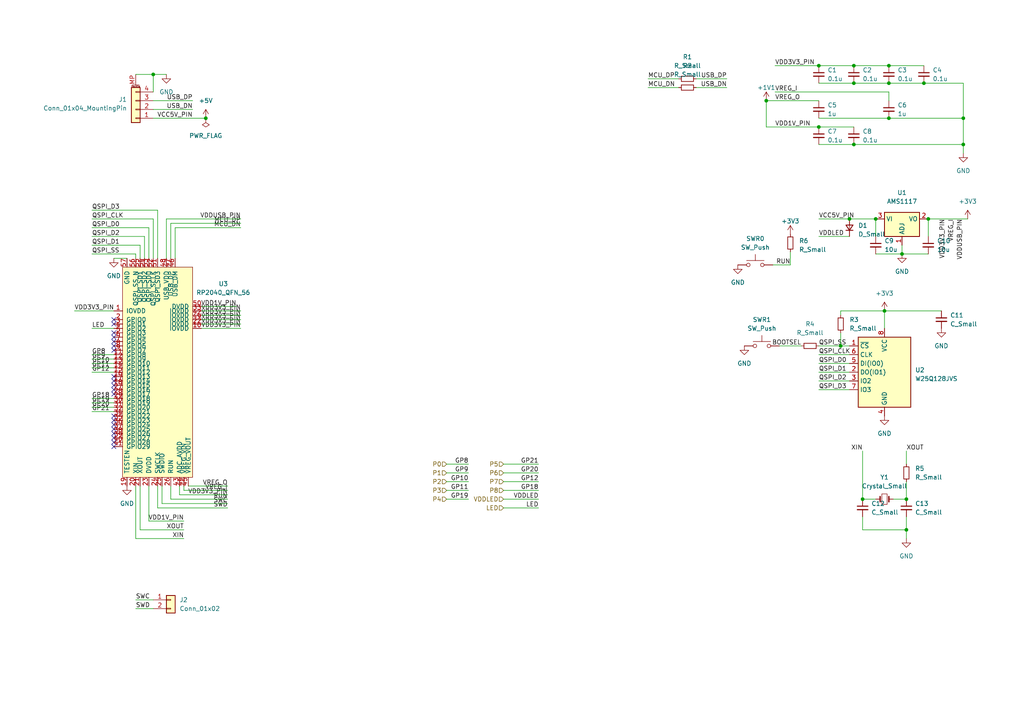
<source format=kicad_sch>
(kicad_sch (version 20230121) (generator eeschema)
  (paper "A4")
  (lib_symbols
    (symbol "ADeL_kbd:RP2040_QFN_56" (pin_names (offset 1.016))
      (property "Reference" "U" (at 15.875 0 90))
      (property "Value" "RP2040_QFN_56" (at 11.43 0 90))
      (symbol "RP2040_QFN_56_0_0"
        (pin power_in line (at 22.86 15.24 180) (length 2.54) (name "IOVDD") (number "10"))
        (pin bidirectional line (at -2.54 7.62 0) (length 2.54) (name "GPIO8") (number "11"))
        (pin bidirectional line (at -2.54 6.35 0) (length 2.54) (name "GPIO9") (number "12"))
        (pin bidirectional line (at -2.54 5.08 0) (length 2.54) (name "GPIO10") (number "13"))
        (pin bidirectional line (at -2.54 3.81 0) (length 2.54) (name "GPIO11") (number "14"))
        (pin bidirectional line (at -2.54 2.54 0) (length 2.54) (name "GPIO12") (number "15"))
        (pin bidirectional line (at -2.54 1.27 0) (length 2.54) (name "GPIO13") (number "16"))
        (pin bidirectional line (at -2.54 0 0) (length 2.54) (name "GPIO14") (number "17"))
        (pin bidirectional line (at -2.54 -1.27 0) (length 2.54) (name "GPIO15") (number "18"))
        (pin power_in line (at 1.27 -30.48 90) (length 2.54) (name "TESTEN") (number "19"))
        (pin input line (at 3.81 -30.48 90) (length 2.54) (name "XIN") (number "20"))
        (pin output line (at 5.08 -30.48 90) (length 2.54) (name "XOUT") (number "21"))
        (pin power_in line (at 22.86 16.51 180) (length 2.54) (name "IOVDD") (number "22"))
        (pin power_in line (at 7.62 -30.48 90) (length 2.54) (name "DVDD") (number "23"))
        (pin bidirectional line (at 10.16 -30.48 90) (length 2.54) (name "SWCLK") (number "24"))
        (pin bidirectional line (at 11.43 -30.48 90) (length 2.54) (name "SWDIO") (number "25"))
        (pin input line (at 13.97 -30.48 90) (length 2.54) (name "RUN") (number "26"))
        (pin bidirectional line (at -2.54 -2.54 0) (length 2.54) (name "GPIO16") (number "27"))
        (pin bidirectional line (at -2.54 -3.81 0) (length 2.54) (name "GPIO17") (number "28"))
        (pin bidirectional line (at -2.54 -5.08 0) (length 2.54) (name "GPIO18") (number "29"))
        (pin bidirectional line (at -2.54 -6.35 0) (length 2.54) (name "GPIO19") (number "30"))
        (pin bidirectional line (at -2.54 -7.62 0) (length 2.54) (name "GPIO20") (number "31"))
        (pin bidirectional line (at -2.54 -8.89 0) (length 2.54) (name "GPIO21") (number "32"))
        (pin power_in line (at 22.86 20.32 180) (length 2.54) (name "IOVDD") (number "33"))
        (pin bidirectional line (at -2.54 -10.16 0) (length 2.54) (name "GPIO22") (number "34"))
        (pin bidirectional line (at -2.54 -11.43 0) (length 2.54) (name "GPIO23") (number "35"))
        (pin bidirectional line (at -2.54 -12.7 0) (length 2.54) (name "GPIO24") (number "36"))
        (pin bidirectional line (at -2.54 -13.97 0) (length 2.54) (name "GPIO25") (number "37"))
        (pin bidirectional line (at -2.54 -15.24 0) (length 2.54) (name "GPIO26") (number "38"))
        (pin bidirectional line (at -2.54 -16.51 0) (length 2.54) (name "GPIO27") (number "39"))
        (pin bidirectional line (at -2.54 -17.78 0) (length 2.54) (name "GPIO28") (number "40"))
        (pin bidirectional line (at -2.54 -19.05 0) (length 2.54) (name "GPIO29") (number "41"))
        (pin power_in line (at 22.86 19.05 180) (length 2.54) (name "IOVDD") (number "42"))
        (pin power_in line (at 16.51 -30.48 90) (length 2.54) (name "ADC_AVDD") (number "43"))
        (pin power_in line (at 17.78 -30.48 90) (length 2.54) (name "VREG_VIN") (number "44"))
        (pin power_out line (at 19.05 -30.48 90) (length 2.54) (name "VREG_VOUT") (number "45"))
        (pin bidirectional line (at 15.24 35.56 270) (length 2.54) (name "USB_DM") (number "46"))
        (pin bidirectional line (at 13.97 35.56 270) (length 2.54) (name "USB_DP") (number "47"))
        (pin power_in line (at 12.7 35.56 270) (length 2.54) (name "USB_VDD") (number "48"))
        (pin power_in line (at 22.86 17.78 180) (length 2.54) (name "IOVDD") (number "49"))
        (pin passive line (at 22.86 21.59 180) (length 2.54) (name "DVDD") (number "50"))
        (pin input line (at 10.16 35.56 270) (length 2.54) (name "QSPI_SD3") (number "51"))
        (pin bidirectional line (at 8.89 35.56 270) (length 2.54) (name "QSPI_SCLK") (number "52"))
        (pin bidirectional line (at 7.62 35.56 270) (length 2.54) (name "QSPI_SD0") (number "53"))
        (pin bidirectional line (at 6.35 35.56 270) (length 2.54) (name "QSPI_SD2") (number "54"))
        (pin bidirectional line (at 5.08 35.56 270) (length 2.54) (name "QSPI_SD1") (number "55"))
        (pin bidirectional line (at 3.81 35.56 270) (length 2.54) (name "QSPI_SS_N") (number "56"))
        (pin power_out line (at 1.27 35.56 270) (length 2.54) (name "GND") (number "57"))
        (pin bidirectional line (at -2.54 11.43 0) (length 2.54) (name "GPIO5") (number "7"))
        (pin bidirectional line (at -2.54 10.16 0) (length 2.54) (name "GPIO6") (number "8"))
        (pin bidirectional line (at -2.54 8.89 0) (length 2.54) (name "GPIO7") (number "9"))
      )
      (symbol "RP2040_QFN_56_0_1"
        (rectangle (start 0 33.02) (end 20.32 -27.94) (fill (type background)))
      )
      (symbol "RP2040_QFN_56_1_1"
        (pin power_in line (at -2.54 20.32 0) (length 2.54) (name "IOVDD") (number "1"))
        (pin bidirectional line (at -2.54 17.78 0) (length 2.54) (name "GPIO0") (number "2"))
        (pin bidirectional line (at -2.54 16.51 0) (length 2.54) (name "GPIO1") (number "3"))
        (pin bidirectional line (at -2.54 15.24 0) (length 2.54) (name "GPIO2") (number "4"))
        (pin bidirectional line (at -2.54 13.97 0) (length 2.54) (name "GPIO3") (number "5"))
        (pin bidirectional line (at -2.54 12.7 0) (length 2.54) (name "GPIO4") (number "6"))
      )
    )
    (symbol "Connector_Generic:Conn_01x02" (pin_names (offset 1.016) hide)
      (property "Reference" "J" (at 0 2.54 0))
      (property "Value" "Conn_01x02" (at 0 -5.08 0))
      (symbol "Conn_01x02_1_1"
        (rectangle (start -1.27 -2.413) (end 0 -2.667) (stroke (width 0.1524)))
        (rectangle (start -1.27 0.127) (end 0 -0.127) (stroke (width 0.1524)))
        (rectangle (start -1.27 1.27) (end 1.27 -3.81) (stroke (width 0.254)) (fill (type background)))
        (pin passive line (at -5.08 0 0) (length 3.81) (name "Pin_1") (number "1"))
        (pin passive line (at -5.08 -2.54 0) (length 3.81) (name "Pin_2") (number "2"))
      )
    )
    (symbol "Connector_Generic_MountingPin:Conn_01x04_MountingPin" (pin_names (offset 1.016) hide)
      (property "Reference" "J" (at 0 5.08 0))
      (property "Value" "Conn_01x04_MountingPin" (at 1.27 -7.62 0))
      (symbol "Conn_01x04_MountingPin_1_1"
        (rectangle (start -1.27 -4.953) (end 0 -5.207) (stroke (width 0.1524)))
        (rectangle (start -1.27 -2.413) (end 0 -2.667) (stroke (width 0.1524)))
        (rectangle (start -1.27 0.127) (end 0 -0.127) (stroke (width 0.1524)))
        (rectangle (start -1.27 2.667) (end 0 2.413) (stroke (width 0.1524)))
        (rectangle (start -1.27 3.81) (end 1.27 -6.35) (stroke (width 0.254)) (fill (type background)))
        (polyline (pts (xy -1.016 -7.112) (xy 1.016 -7.112)) (stroke (width 0.1524)))
        (text "Mounting" (at 0 -6.731 0) (effects (font (size 0.381 0.381))))
        (pin passive line (at -5.08 2.54 0) (length 3.81) (name "Pin_1") (number "1"))
        (pin passive line (at -5.08 0 0) (length 3.81) (name "Pin_2") (number "2"))
        (pin passive line (at -5.08 -2.54 0) (length 3.81) (name "Pin_3") (number "3"))
        (pin passive line (at -5.08 -5.08 0) (length 3.81) (name "Pin_4") (number "4"))
        (pin passive line (at 0 -10.16 90) (length 3.048) (name "MountPin") (number "MP"))
      )
    )
    (symbol "Device:C_Small" (pin_numbers hide) (pin_names (offset 0.254) hide)
      (property "Reference" "C" (at 0.254 1.778 0))
      (property "Value" "C_Small" (at 0.254 -2.032 0))
      (symbol "C_Small_0_1"
        (polyline (pts (xy -1.524 -0.508) (xy 1.524 -0.508)) (stroke (width 0.3302)))
        (polyline (pts (xy -1.524 0.508) (xy 1.524 0.508)) (stroke (width 0.3048)))
      )
      (symbol "C_Small_1_1"
        (pin passive line (at 0 2.54 270) (length 2.032) (name "~") (number "1"))
        (pin passive line (at 0 -2.54 90) (length 2.032) (name "~") (number "2"))
      )
    )
    (symbol "Device:Crystal_Small" (pin_numbers hide) (pin_names (offset 1.016) hide)
      (property "Reference" "Y" (at 0 2.54 0))
      (property "Value" "Crystal_Small" (at 0 -2.54 0))
      (symbol "Crystal_Small_0_1"
        (rectangle (start -0.762 -1.524) (end 0.762 1.524))
        (polyline (pts (xy -1.27 -0.762) (xy -1.27 0.762)) (stroke (width 0.381)))
        (polyline (pts (xy 1.27 -0.762) (xy 1.27 0.762)) (stroke (width 0.381)))
      )
      (symbol "Crystal_Small_1_1"
        (pin passive line (at -2.54 0 0) (length 1.27) (name "1") (number "1"))
        (pin passive line (at 2.54 0 180) (length 1.27) (name "2") (number "2"))
      )
    )
    (symbol "Device:D_Small" (pin_numbers hide) (pin_names (offset 0.254) hide)
      (property "Reference" "D" (at -1.27 2.032 0))
      (property "Value" "D_Small" (at -3.81 -2.032 0))
      (symbol "D_Small_0_1"
        (polyline (pts (xy -0.762 -1.016) (xy -0.762 1.016)) (stroke (width 0.254)))
        (polyline (pts (xy -0.762 0) (xy 0.762 0)))
        (polyline (pts (xy 0.762 -1.016) (xy -0.762 0) (xy 0.762 1.016) (xy 0.762 -1.016)) (stroke (width 0.254)))
      )
      (symbol "D_Small_1_1"
        (pin passive line (at -2.54 0 0) (length 1.778) (name "K") (number "1"))
        (pin passive line (at 2.54 0 180) (length 1.778) (name "A") (number "2"))
      )
    )
    (symbol "Device:R_Small" (pin_numbers hide) (pin_names (offset 0.254) hide)
      (property "Reference" "R" (at 0.762 0.508 0))
      (property "Value" "R_Small" (at 0.762 -1.016 0))
      (symbol "R_Small_0_1"
        (rectangle (start -0.762 1.778) (end 0.762 -1.778) (stroke (width 0.2032)))
      )
      (symbol "R_Small_1_1"
        (pin passive line (at 0 2.54 270) (length 0.762) (name "~") (number "1"))
        (pin passive line (at 0 -2.54 90) (length 0.762) (name "~") (number "2"))
      )
    )
    (symbol "Memory_Flash:W25Q128JVS"
      (property "Reference" "U" (at -8.89 8.89 0))
      (property "Value" "W25Q128JVS" (at 7.62 8.89 0))
      (symbol "W25Q128JVS_0_1"
        (rectangle (start -7.62 10.16) (end 7.62 -10.16) (stroke (width 0.254)) (fill (type background)))
      )
      (symbol "W25Q128JVS_1_1"
        (pin input line (at -10.16 7.62 0) (length 2.54) (name "~{CS}") (number "1"))
        (pin bidirectional line (at -10.16 0 0) (length 2.54) (name "DO(IO1)") (number "2"))
        (pin bidirectional line (at -10.16 -2.54 0) (length 2.54) (name "IO2") (number "3"))
        (pin power_in line (at 0 -12.7 90) (length 2.54) (name "GND") (number "4"))
        (pin bidirectional line (at -10.16 2.54 0) (length 2.54) (name "DI(IO0)") (number "5"))
        (pin input line (at -10.16 5.08 0) (length 2.54) (name "CLK") (number "6"))
        (pin bidirectional line (at -10.16 -5.08 0) (length 2.54) (name "IO3") (number "7"))
        (pin power_in line (at 0 12.7 270) (length 2.54) (name "VCC") (number "8"))
      )
    )
    (symbol "Regulator_Linear:AMS1117"
      (property "Reference" "U" (at -3.81 3.175 0))
      (property "Value" "AMS1117" (at 0 3.175 0))
      (symbol "AMS1117_0_1"
        (rectangle (start -5.08 -5.08) (end 5.08 1.905) (stroke (width 0.254)) (fill (type background)))
      )
      (symbol "AMS1117_1_1"
        (pin input line (at 0 -7.62 90) (length 2.54) (name "ADJ") (number "1"))
        (pin power_out line (at 7.62 0 180) (length 2.54) (name "VO") (number "2"))
        (pin power_in line (at -7.62 0 0) (length 2.54) (name "VI") (number "3"))
      )
    )
    (symbol "Switch:SW_Push" (pin_numbers hide) (pin_names (offset 1.016) hide)
      (property "Reference" "SW" (at 1.27 2.54 0))
      (property "Value" "SW_Push" (at 0 -1.524 0))
      (symbol "SW_Push_0_1"
        (circle (center -2.032 0) (radius 0.508))
        (polyline (pts (xy 0 1.27) (xy 0 3.048)))
        (polyline (pts (xy 2.54 1.27) (xy -2.54 1.27)))
        (circle (center 2.032 0) (radius 0.508))
        (pin passive line (at -5.08 0 0) (length 2.54) (name "1") (number "1"))
        (pin passive line (at 5.08 0 180) (length 2.54) (name "2") (number "2"))
      )
    )
    (symbol "power:+1V1" (power) (pin_names (offset 0))
      (property "Value" "+1V1" (at 0 3.556 0))
      (symbol "+1V1_0_1"
        (polyline (pts (xy -0.762 1.27) (xy 0 2.54)))
        (polyline (pts (xy 0 0) (xy 0 2.54)))
        (polyline (pts (xy 0 2.54) (xy 0.762 1.27)))
      )
      (symbol "+1V1_1_1"
        (pin power_in line (at 0 0 90) (length 0) hide (name "+1V1") (number "1"))
      )
    )
    (symbol "power:+3V3" (power) (pin_names (offset 0))
      (property "Value" "+3V3" (at 0 3.556 0))
      (symbol "+3V3_0_1"
        (polyline (pts (xy -0.762 1.27) (xy 0 2.54)))
        (polyline (pts (xy 0 0) (xy 0 2.54)))
        (polyline (pts (xy 0 2.54) (xy 0.762 1.27)))
      )
      (symbol "+3V3_1_1"
        (pin power_in line (at 0 0 90) (length 0) hide (name "+3V3") (number "1"))
      )
    )
    (symbol "power:+5V" (power) (pin_names (offset 0))
      (property "Value" "+5V" (at 0 3.556 0))
      (symbol "+5V_0_1"
        (polyline (pts (xy -0.762 1.27) (xy 0 2.54)))
        (polyline (pts (xy 0 0) (xy 0 2.54)))
        (polyline (pts (xy 0 2.54) (xy 0.762 1.27)))
      )
      (symbol "+5V_1_1"
        (pin power_in line (at 0 0 90) (length 0) hide (name "+5V") (number "1"))
      )
    )
    (symbol "power:GND" (power) (pin_names (offset 0))
      (property "Value" "GND" (at 0 -3.81 0))
      (symbol "GND_0_1"
        (polyline (pts (xy 0 0) (xy 0 -1.27) (xy 1.27 -1.27) (xy 0 -2.54) (xy -1.27 -1.27) (xy 0 -1.27)))
      )
      (symbol "GND_1_1"
        (pin power_in line (at 0 0 270) (length 0) hide (name "GND") (number "1"))
      )
    )
    (symbol "power:PWR_FLAG" (power) (pin_numbers hide) (pin_names (offset 0) hide)
      (property "Value" "PWR_FLAG" (at 0 3.81 0))
      (symbol "PWR_FLAG_0_0"
        (pin power_out line (at 0 0 90) (length 0) (name "pwr") (number "1"))
      )
      (symbol "PWR_FLAG_0_1"
        (polyline (pts (xy 0 0) (xy 0 1.27) (xy -1.016 1.905) (xy 0 2.54) (xy 1.016 1.905) (xy 0 1.27)))
      )
    )
  )
  (junction (at 257.81 24.13))
  (junction (at 247.65 24.13))
  (junction (at 44.45 21.59))
  (junction (at 261.62 73.66))
  (junction (at 237.49 19.05))
  (junction (at 254 63.5))
  (junction (at 247.65 41.91))
  (junction (at 269.24 63.5))
  (junction (at 267.97 24.13))
  (junction (at 262.89 144.78))
  (junction (at 279.4 34.29))
  (junction (at 262.89 153.67))
  (junction (at 222.25 29.21))
  (junction (at 59.69 34.29))
  (junction (at 247.65 19.05))
  (junction (at 250.19 144.78))
  (junction (at 243.84 100.33))
  (junction (at 256.54 90.17))
  (junction (at 246.38 63.5))
  (junction (at 279.4 41.91))
  (junction (at 237.49 36.83))
  (junction (at 257.81 19.05))
  (junction (at 257.81 34.29))
  (no_connect (at 33.02 128.27))
  (no_connect (at 33.02 129.54))
  (no_connect (at 33.02 125.73))
  (no_connect (at 33.02 127))
  (no_connect (at 33.02 113.03))
  (no_connect (at 33.02 110.49))
  (no_connect (at 33.02 111.76))
  (no_connect (at 33.02 123.19))
  (no_connect (at 33.02 121.92))
  (no_connect (at 33.02 114.3))
  (no_connect (at 33.02 120.65))
  (no_connect (at 33.02 124.46))
  (no_connect (at 33.02 100.33))
  (no_connect (at 33.02 97.79))
  (no_connect (at 33.02 101.6))
  (no_connect (at 33.02 99.06))
  (no_connect (at 33.02 96.52))
  (no_connect (at 33.02 93.98))
  (no_connect (at 33.02 109.22))
  (no_connect (at 33.02 92.71))
  (wire (pts (xy 26.67 107.95) (xy 33.02 107.95)))
  (wire (pts (xy 243.84 100.33) (xy 243.84 96.52)))
  (wire (pts (xy 26.67 95.25) (xy 33.02 95.25)))
  (wire (pts (xy 250.19 149.86) (xy 250.19 153.67)))
  (wire (pts (xy 129.54 137.16) (xy 135.89 137.16)))
  (wire (pts (xy 69.85 66.04) (xy 50.8 66.04)))
  (wire (pts (xy 250.19 153.67) (xy 262.89 153.67)))
  (wire (pts (xy 40.64 74.93) (xy 40.64 71.12)))
  (wire (pts (xy 279.4 24.13) (xy 279.4 34.29)))
  (wire (pts (xy 226.06 100.33) (xy 232.41 100.33)))
  (wire (pts (xy 267.97 24.13) (xy 279.4 24.13)))
  (wire (pts (xy 237.49 63.5) (xy 246.38 63.5)))
  (wire (pts (xy 237.49 105.41) (xy 246.38 105.41)))
  (wire (pts (xy 46.99 146.05) (xy 66.04 146.05)))
  (wire (pts (xy 201.93 22.86) (xy 210.82 22.86)))
  (wire (pts (xy 26.67 119.38) (xy 33.02 119.38)))
  (wire (pts (xy 237.49 113.03) (xy 246.38 113.03)))
  (wire (pts (xy 269.24 63.5) (xy 280.67 63.5)))
  (wire (pts (xy 222.25 36.83) (xy 237.49 36.83)))
  (wire (pts (xy 44.45 29.21) (xy 55.88 29.21)))
  (wire (pts (xy 53.34 140.97) (xy 53.34 142.24)))
  (wire (pts (xy 26.67 73.66) (xy 39.37 73.66)))
  (wire (pts (xy 50.8 66.04) (xy 50.8 74.93)))
  (wire (pts (xy 222.25 36.83) (xy 222.25 29.21)))
  (wire (pts (xy 237.49 41.91) (xy 247.65 41.91)))
  (wire (pts (xy 279.4 34.29) (xy 279.4 41.91)))
  (wire (pts (xy 45.72 60.96) (xy 26.67 60.96)))
  (wire (pts (xy 129.54 139.7) (xy 135.89 139.7)))
  (wire (pts (xy 26.67 118.11) (xy 33.02 118.11)))
  (wire (pts (xy 40.64 153.67) (xy 53.34 153.67)))
  (wire (pts (xy 43.18 140.97) (xy 43.18 151.13)))
  (wire (pts (xy 49.53 74.93) (xy 49.53 64.77)))
  (wire (pts (xy 237.49 68.58) (xy 246.38 68.58)))
  (wire (pts (xy 43.18 151.13) (xy 53.34 151.13)))
  (wire (pts (xy 146.05 134.62) (xy 156.21 134.62)))
  (wire (pts (xy 237.49 34.29) (xy 257.81 34.29)))
  (wire (pts (xy 26.67 102.87) (xy 33.02 102.87)))
  (wire (pts (xy 262.89 139.7) (xy 262.89 144.78)))
  (wire (pts (xy 269.24 68.58) (xy 269.24 63.5)))
  (wire (pts (xy 58.42 92.71) (xy 69.85 92.71)))
  (wire (pts (xy 224.155 76.835) (xy 229.235 76.835)))
  (wire (pts (xy 243.84 90.17) (xy 243.84 91.44)))
  (wire (pts (xy 257.81 26.67) (xy 224.79 26.67)))
  (wire (pts (xy 237.49 24.13) (xy 247.65 24.13)))
  (wire (pts (xy 279.4 41.91) (xy 279.4 44.45)))
  (wire (pts (xy 52.07 143.51) (xy 66.04 143.51)))
  (wire (pts (xy 58.42 88.9) (xy 68.58 88.9)))
  (wire (pts (xy 39.37 21.59) (xy 44.45 21.59)))
  (wire (pts (xy 69.85 63.5) (xy 48.26 63.5)))
  (wire (pts (xy 262.89 153.67) (xy 262.89 156.21)))
  (wire (pts (xy 237.49 110.49) (xy 246.38 110.49)))
  (wire (pts (xy 254 68.58) (xy 254 63.5)))
  (wire (pts (xy 129.54 134.62) (xy 135.89 134.62)))
  (wire (pts (xy 53.34 156.21) (xy 39.37 156.21)))
  (wire (pts (xy 129.54 142.24) (xy 135.89 142.24)))
  (wire (pts (xy 40.64 71.12) (xy 26.67 71.12)))
  (wire (pts (xy 44.45 34.29) (xy 59.69 34.29)))
  (wire (pts (xy 44.45 31.75) (xy 55.88 31.75)))
  (wire (pts (xy 146.05 147.32) (xy 156.21 147.32)))
  (wire (pts (xy 247.65 19.05) (xy 237.49 19.05)))
  (wire (pts (xy 52.07 140.97) (xy 52.07 143.51)))
  (wire (pts (xy 243.84 100.33) (xy 246.38 100.33)))
  (wire (pts (xy 41.91 68.58) (xy 41.91 74.93)))
  (wire (pts (xy 49.53 140.97) (xy 49.53 144.78)))
  (wire (pts (xy 259.08 144.78) (xy 262.89 144.78)))
  (wire (pts (xy 261.62 73.66) (xy 261.62 71.12)))
  (wire (pts (xy 237.49 19.05) (xy 224.79 19.05)))
  (wire (pts (xy 237.49 102.87) (xy 246.38 102.87)))
  (wire (pts (xy 246.38 63.5) (xy 254 63.5)))
  (wire (pts (xy 44.45 63.5) (xy 44.45 74.93)))
  (wire (pts (xy 26.67 106.68) (xy 33.02 106.68)))
  (wire (pts (xy 261.62 73.66) (xy 269.24 73.66)))
  (wire (pts (xy 58.42 91.44) (xy 69.85 91.44)))
  (wire (pts (xy 256.54 90.17) (xy 273.05 90.17)))
  (wire (pts (xy 247.65 36.83) (xy 237.49 36.83)))
  (wire (pts (xy 21.59 90.17) (xy 33.02 90.17)))
  (wire (pts (xy 33.02 74.93) (xy 36.83 74.93)))
  (wire (pts (xy 243.84 90.17) (xy 256.54 90.17)))
  (wire (pts (xy 129.54 144.78) (xy 135.89 144.78)))
  (wire (pts (xy 48.26 63.5) (xy 48.26 74.93)))
  (wire (pts (xy 45.72 147.32) (xy 66.04 147.32)))
  (wire (pts (xy 250.19 130.81) (xy 250.19 144.78)))
  (wire (pts (xy 54.61 140.97) (xy 66.04 140.97)))
  (wire (pts (xy 247.65 41.91) (xy 279.4 41.91)))
  (wire (pts (xy 45.72 74.93) (xy 45.72 60.96)))
  (wire (pts (xy 201.93 25.4) (xy 210.82 25.4)))
  (wire (pts (xy 262.89 149.86) (xy 262.89 153.67)))
  (wire (pts (xy 44.45 21.59) (xy 48.26 21.59)))
  (wire (pts (xy 58.42 95.25) (xy 69.85 95.25)))
  (wire (pts (xy 26.67 63.5) (xy 44.45 63.5)))
  (wire (pts (xy 40.64 140.97) (xy 40.64 153.67)))
  (wire (pts (xy 254 73.66) (xy 261.62 73.66)))
  (wire (pts (xy 58.42 90.17) (xy 69.85 90.17)))
  (wire (pts (xy 44.45 21.59) (xy 44.45 26.67)))
  (wire (pts (xy 46.99 140.97) (xy 46.99 146.05)))
  (wire (pts (xy 237.49 100.33) (xy 243.84 100.33)))
  (wire (pts (xy 53.34 142.24) (xy 66.04 142.24)))
  (wire (pts (xy 247.65 24.13) (xy 257.81 24.13)))
  (wire (pts (xy 43.18 66.04) (xy 26.67 66.04)))
  (wire (pts (xy 58.42 93.98) (xy 69.85 93.98)))
  (wire (pts (xy 49.53 144.78) (xy 66.04 144.78)))
  (wire (pts (xy 187.96 22.86) (xy 196.85 22.86)))
  (wire (pts (xy 187.96 25.4) (xy 196.85 25.4)))
  (wire (pts (xy 146.05 137.16) (xy 156.21 137.16)))
  (wire (pts (xy 257.81 29.21) (xy 257.81 26.67)))
  (wire (pts (xy 39.37 156.21) (xy 39.37 140.97)))
  (wire (pts (xy 267.97 19.05) (xy 257.81 19.05)))
  (wire (pts (xy 257.81 34.29) (xy 279.4 34.29)))
  (wire (pts (xy 26.67 104.14) (xy 33.02 104.14)))
  (wire (pts (xy 146.05 144.78) (xy 156.21 144.78)))
  (wire (pts (xy 39.37 176.53) (xy 44.45 176.53)))
  (wire (pts (xy 26.67 68.58) (xy 41.91 68.58)))
  (wire (pts (xy 146.05 142.24) (xy 156.21 142.24)))
  (wire (pts (xy 146.05 139.7) (xy 156.21 139.7)))
  (wire (pts (xy 257.81 19.05) (xy 247.65 19.05)))
  (wire (pts (xy 45.72 140.97) (xy 45.72 147.32)))
  (wire (pts (xy 257.81 24.13) (xy 267.97 24.13)))
  (wire (pts (xy 49.53 64.77) (xy 69.85 64.77)))
  (wire (pts (xy 237.49 107.95) (xy 246.38 107.95)))
  (wire (pts (xy 39.37 73.66) (xy 39.37 74.93)))
  (wire (pts (xy 229.235 73.025) (xy 229.235 76.835)))
  (wire (pts (xy 39.37 173.99) (xy 44.45 173.99)))
  (wire (pts (xy 43.18 74.93) (xy 43.18 66.04)))
  (wire (pts (xy 26.67 116.84) (xy 33.02 116.84)))
  (wire (pts (xy 26.67 105.41) (xy 33.02 105.41)))
  (wire (pts (xy 262.89 130.81) (xy 262.89 134.62)))
  (wire (pts (xy 250.19 144.78) (xy 254 144.78)))
  (wire (pts (xy 256.54 90.17) (xy 256.54 95.25)))
  (wire (pts (xy 222.25 29.21) (xy 237.49 29.21)))
  (wire (pts (xy 26.67 115.57) (xy 33.02 115.57)))
  (label "VDDLED" (at 156.21 144.78 180))
  (label "GP18" (at 26.67 115.57 0))
  (label "MCU_DN" (at 187.96 25.4 0))
  (label "XIN" (at 250.19 130.81 180))
  (label "USB_DP" (at 55.88 29.21 180))
  (label "GP20" (at 156.21 137.16 180))
  (label "VDD3V3_PIN" (at 69.85 93.98 180))
  (label "VDD3V3_PIN" (at 69.85 95.25 180))
  (label "QSPI_D1" (at 26.67 71.12 0))
  (label "USB_DN" (at 210.82 25.4 180))
  (label "QSPI_SS" (at 26.67 73.66 0))
  (label "VREG_I" (at 66.04 142.24 180))
  (label "VDD3V3_PIN" (at 274.32 63.5 270))
  (label "VDD3V3_PIN" (at 21.59 90.17 0))
  (label "QSPI_D3" (at 237.49 113.03 0))
  (label "SWD" (at 66.04 147.32 180))
  (label "VDD3V3_PIN" (at 69.85 91.44 180))
  (label "VREG_O" (at 224.79 29.21 0))
  (label "XOUT" (at 262.89 130.81 0))
  (label "GP19" (at 26.67 116.84 0))
  (label "GP18" (at 156.21 142.24 180))
  (label "MCU_DP" (at 187.96 22.86 0))
  (label "QSPI_D0" (at 237.49 105.41 0))
  (label "VDD1V_PIN" (at 224.79 36.83 0))
  (label "XIN" (at 53.34 156.21 180))
  (label "VREG_I" (at 276.86 63.5 270))
  (label "GP11" (at 26.67 106.68 0))
  (label "VDD3V3_PIN" (at 69.85 90.17 180))
  (label "VDDUSB_PIN" (at 69.85 63.5 180))
  (label "GP10" (at 135.89 139.7 180))
  (label "GP21" (at 26.67 119.38 0))
  (label "GP12" (at 156.21 139.7 180))
  (label "GP12" (at 26.67 107.95 0))
  (label "RUN" (at 66.04 144.78 180))
  (label "LED" (at 156.21 147.32 180))
  (label "QSPI_D2" (at 26.67 68.58 0))
  (label "GP10" (at 26.67 105.41 0))
  (label "BOOTSEL" (at 232.41 100.33 180))
  (label "QSPI_CLK" (at 26.67 63.5 0))
  (label "GP11" (at 135.89 142.24 180))
  (label "USB_DP" (at 210.82 22.86 180))
  (label "VCC5V_PIN" (at 55.88 34.29 180))
  (label "QSPI_D0" (at 26.67 66.04 0))
  (label "VDDLED" (at 237.49 68.58 0))
  (label "USB_DN" (at 55.88 31.75 180))
  (label "VDD3V3_PIN" (at 66.04 143.51 180))
  (label "VCC5V_PIN" (at 237.49 63.5 0))
  (label "MCU_DN" (at 69.85 66.04 180))
  (label "VREG_O" (at 66.04 140.97 180))
  (label "GP21" (at 156.21 134.62 180))
  (label "VDD1V_PIN" (at 68.58 88.9 180))
  (label "GP20" (at 26.67 118.11 0))
  (label "VDD3V3_PIN" (at 224.79 19.05 0))
  (label "RUN" (at 229.235 76.835 180))
  (label "SWC" (at 66.04 146.05 180))
  (label "QSPI_SS" (at 237.49 100.33 0))
  (label "LED" (at 26.67 95.25 0))
  (label "XOUT" (at 53.34 153.67 180))
  (label "GP8" (at 26.67 102.87 0))
  (label "VDD1V_PIN" (at 53.34 151.13 180))
  (label "MCU_DP" (at 69.85 64.77 180))
  (label "GP9" (at 26.67 104.14 0))
  (label "GP8" (at 135.89 134.62 180))
  (label "QSPI_D2" (at 237.49 110.49 0))
  (label "GP19" (at 135.89 144.78 180))
  (label "VREG_I" (at 224.79 26.67 0))
  (label "QSPI_D1" (at 237.49 107.95 0))
  (label "VDD3V3_PIN" (at 69.85 92.71 180))
  (label "SWD" (at 39.37 176.53 0))
  (label "GP9" (at 135.89 137.16 180))
  (label "SWC" (at 39.37 173.99 0))
  (label "QSPI_D3" (at 26.67 60.96 0))
  (label "QSPI_CLK" (at 237.49 102.87 0))
  (label "VDDUSB_PIN" (at 279.4 63.5 270))
  (hierarchical_label "P8" (shape input) (at 146.05 142.24 180))
  (hierarchical_label "P2" (shape input) (at 129.54 139.7 180))
  (hierarchical_label "VDDLED" (shape input) (at 146.05 144.78 180))
  (hierarchical_label "P0" (shape input) (at 129.54 134.62 180))
  (hierarchical_label "P6" (shape input) (at 146.05 137.16 180))
  (hierarchical_label "P7" (shape input) (at 146.05 139.7 180))
  (hierarchical_label "P1" (shape input) (at 129.54 137.16 180))
  (hierarchical_label "P4" (shape input) (at 129.54 144.78 180))
  (hierarchical_label "LED" (shape input) (at 146.05 147.32 180))
  (hierarchical_label "P3" (shape input) (at 129.54 142.24 180))
  (hierarchical_label "P5" (shape input) (at 146.05 134.62 180))
  (symbol (lib_id "Device:C_Small") (at 269.24 71.12 0) (unit 1)
    (property "Reference" "C10" (at 271.78 69.8562 0) (effects (justify left)))
    (property "Value" "10u" (at 271.78 72.3962 0) (effects (justify left)))
    (property "Footprint" "Capacitor_SMD:C_0402_1005Metric" (effects hide))
  )
  (symbol (lib_id "power:GND") (at 48.26 21.59 0) (unit 1)
    (property "Reference" "#PWR01" (effects hide))
    (property "Value" "GND" (at 48.26 26.67 0))
  )
  (symbol (lib_id "Device:C_Small") (at 257.81 21.59 0) (unit 1)
    (property "Reference" "C3" (at 260.35 20.3262 0) (effects (justify left)))
    (property "Value" "0.1u" (at 260.35 22.8662 0) (effects (justify left)))
    (property "Footprint" "Capacitor_SMD:C_0402_1005Metric" (effects hide))
  )
  (symbol (lib_id "Device:Crystal_Small") (at 256.54 144.78 0) (unit 1)
    (property "Reference" "Y1" (at 256.54 138.43 0))
    (property "Value" "Crystal_Small" (at 256.54 140.97 0))
    (property "Footprint" "Crystal:Crystal_SMD_3225-4Pin_3.2x2.5mm" (effects hide))
  )
  (symbol (lib_id "Device:R_Small") (at 229.235 70.485 0) (unit 1)
    (property "Reference" "R6" (at 231.775 69.85 0) (effects (justify left)))
    (property "Value" "R_Small" (at 231.775 72.39 0) (effects (justify left)))
  )
  (symbol (lib_id "Device:R_Small") (at 234.95 100.33 90) (unit 1)
    (property "Reference" "R4" (at 234.95 93.98 90))
    (property "Value" "R_Small" (at 234.95 96.52 90))
    (property "Footprint" "Resistor_SMD:R_0402_1005Metric" (effects hide))
  )
  (symbol (lib_id "power:+3V3") (at 280.67 63.5 0) (unit 1)
    (property "Reference" "#PWR03" (effects hide))
    (property "Value" "+3V3" (at 280.67 58.42 0))
  )
  (symbol (lib_id "Memory_Flash:W25Q128JVS") (at 256.54 107.95 0) (unit 1)
    (property "Reference" "U2" (at 265.43 107.315 0) (effects (justify left)))
    (property "Value" "W25Q128JVS" (at 265.43 109.855 0) (effects (justify left)))
    (property "Footprint" "Package_SO:SOIC-8_5.23x5.23mm_P1.27mm" (effects hide))
    (property "Datasheet" "http://www.winbond.com/resource-files/w25q128jv_dtr%20revc%2003272018%20plus.pdf" (effects hide))
  )
  (symbol (lib_id "Device:R_Small") (at 262.89 137.16 0) (unit 1)
    (property "Reference" "R5" (at 265.43 135.8899 0) (effects (justify left)))
    (property "Value" "R_Small" (at 265.43 138.4299 0) (effects (justify left)))
    (property "Footprint" "Resistor_SMD:R_0402_1005Metric" (effects hide))
  )
  (symbol (lib_id "Device:C_Small") (at 262.89 147.32 0) (unit 1)
    (property "Reference" "C13" (at 265.43 146.0562 0) (effects (justify left)))
    (property "Value" "C_Small" (at 265.43 148.5962 0) (effects (justify left)))
    (property "Footprint" "Capacitor_SMD:C_0402_1005Metric" (effects hide))
  )
  (symbol (lib_id "power:GND") (at 262.89 156.21 0) (unit 1)
    (property "Reference" "#PWR011" (effects hide))
    (property "Value" "GND" (at 262.89 161.29 0))
  )
  (symbol (lib_id "Device:R_Small") (at 199.39 22.86 90) (unit 1)
    (property "Reference" "R1" (at 199.39 16.51 90))
    (property "Value" "R_Small" (at 199.39 19.05 90))
    (property "Footprint" "Resistor_SMD:R_0402_1005Metric" (effects hide))
  )
  (symbol (lib_id "Device:C_Small") (at 267.97 21.59 0) (unit 1)
    (property "Reference" "C4" (at 270.51 20.3262 0) (effects (justify left)))
    (property "Value" "0.1u" (at 270.51 22.8662 0) (effects (justify left)))
    (property "Footprint" "Capacitor_SMD:C_0402_1005Metric" (effects hide))
  )
  (symbol (lib_id "power:GND") (at 279.4 44.45 0) (unit 1)
    (property "Reference" "#PWR02" (effects hide))
    (property "Value" "GND" (at 279.4 49.53 0))
  )
  (symbol (lib_id "Device:R_Small") (at 199.39 25.4 270) (unit 1)
    (property "Reference" "R2" (at 199.39 19.05 90))
    (property "Value" "R_Small" (at 199.39 21.59 90))
    (property "Footprint" "Resistor_SMD:R_0402_1005Metric" (effects hide))
  )
  (symbol (lib_id "ADeL_kbd:RP2040_QFN_56") (at 35.56 110.49 0) (unit 1)
    (property "Reference" "U3" (at 64.77 82.3212 0))
    (property "Value" "RP2040_QFN_56" (at 64.77 84.8612 0))
    (property "Footprint" "Package_DFN_QFN:QFN-56-1EP_7x7mm_P0.4mm_EP3.2x3.2mm" (effects hide))
  )
  (symbol (lib_id "Switch:SW_Push") (at 220.98 100.33 0) (unit 1)
    (property "Reference" "SWR1" (at 220.98 92.71 0))
    (property "Value" "SW_Push" (at 220.98 95.25 0))
    (property "Footprint" "ADeL_kbd:TVAF06-A020B-R" (effects hide))
  )
  (symbol (lib_id "power:GND") (at 261.62 73.66 0) (unit 1)
    (property "Reference" "#PWR04" (effects hide))
    (property "Value" "GND" (at 261.62 78.74 0))
  )
  (symbol (lib_id "Device:C_Small") (at 254 71.12 0) (unit 1)
    (property "Reference" "C9" (at 256.54 69.8562 0) (effects (justify left)))
    (property "Value" "10u" (at 256.54 72.3962 0) (effects (justify left)))
    (property "Footprint" "Capacitor_SMD:C_0402_1005Metric" (effects hide))
  )
  (symbol (lib_id "power:GND") (at 36.83 140.97 0) (unit 1)
    (property "Reference" "#PWR010" (effects hide))
    (property "Value" "GND" (at 36.83 146.05 0))
  )
  (symbol (lib_id "Device:C_Small") (at 250.19 147.32 0) (unit 1)
    (property "Reference" "C12" (at 252.73 146.0562 0) (effects (justify left)))
    (property "Value" "C_Small" (at 252.73 148.5962 0) (effects (justify left)))
    (property "Footprint" "Capacitor_SMD:C_0402_1005Metric" (effects hide))
  )
  (symbol (lib_id "Device:C_Small") (at 247.65 21.59 0) (unit 1)
    (property "Reference" "C2" (at 250.19 20.3262 0) (effects (justify left)))
    (property "Value" "0.1u" (at 250.19 22.8662 0) (effects (justify left)))
    (property "Footprint" "Capacitor_SMD:C_0402_1005Metric" (effects hide))
  )
  (symbol (lib_id "Device:C_Small") (at 273.05 92.71 0) (unit 1)
    (property "Reference" "C11" (at 275.59 91.4462 0) (effects (justify left)))
    (property "Value" "C_Small" (at 275.59 93.9862 0) (effects (justify left)))
    (property "Footprint" "Capacitor_SMD:C_0402_1005Metric" (effects hide))
  )
  (symbol (lib_id "power:PWR_FLAG") (at 59.69 34.29 180) (unit 1)
    (property "Reference" "#FLG0101" (effects hide))
    (property "Value" "PWR_FLAG" (at 59.69 39.37 0))
  )
  (symbol (lib_id "Device:C_Small") (at 237.49 31.75 0) (unit 1)
    (property "Reference" "C5" (at 240.03 30.4862 0) (effects (justify left)))
    (property "Value" "1u" (at 240.03 33.0262 0) (effects (justify left)))
    (property "Footprint" "Capacitor_SMD:C_0402_1005Metric" (effects hide))
  )
  (symbol (lib_id "power:GND") (at 256.54 120.65 0) (unit 1)
    (property "Reference" "#PWR09" (effects hide))
    (property "Value" "GND" (at 256.54 125.73 0))
  )
  (symbol (lib_id "Device:C_Small") (at 237.49 39.37 0) (unit 1)
    (property "Reference" "C7" (at 240.03 38.1062 0) (effects (justify left)))
    (property "Value" "0.1u" (at 240.03 40.6462 0) (effects (justify left)))
    (property "Footprint" "Capacitor_SMD:C_0402_1005Metric" (effects hide))
  )
  (symbol (lib_id "Device:C_Small") (at 257.81 31.75 0) (unit 1)
    (property "Reference" "C6" (at 260.35 30.4862 0) (effects (justify left)))
    (property "Value" "1u" (at 260.35 33.0262 0) (effects (justify left)))
    (property "Footprint" "Capacitor_SMD:C_0402_1005Metric" (effects hide))
  )
  (symbol (lib_id "Connector_Generic_MountingPin:Conn_01x04_MountingPin") (at 39.37 31.75 180) (unit 1)
    (property "Reference" "J1" (at 36.83 28.8543 0) (effects (justify left)))
    (property "Value" "Conn_01x04_MountingPin" (at 36.83 31.3943 0) (effects (justify left)))
    (property "Footprint" "ADeL_kbd:Pico-EZmate" (effects hide))
  )
  (symbol (lib_id "power:+3V3") (at 229.235 67.945 0) (unit 1)
    (property "Reference" "#PWR013" (effects hide))
    (property "Value" "+3V3" (at 229.235 64.135 0))
  )
  (symbol (lib_id "Device:C_Small") (at 247.65 39.37 0) (unit 1)
    (property "Reference" "C8" (at 250.19 38.1062 0) (effects (justify left)))
    (property "Value" "0.1u" (at 250.19 40.6462 0) (effects (justify left)))
    (property "Footprint" "Capacitor_SMD:C_0402_1005Metric" (effects hide))
  )
  (symbol (lib_id "power:GND") (at 213.995 76.835 0) (unit 1)
    (property "Reference" "#PWR0101" (effects hide))
    (property "Value" "GND" (at 213.995 81.915 0))
  )
  (symbol (lib_id "Device:R_Small") (at 243.84 93.98 0) (unit 1)
    (property "Reference" "R3" (at 246.38 92.7099 0) (effects (justify left)))
    (property "Value" "R_Small" (at 246.38 95.2499 0) (effects (justify left)))
    (property "Footprint" "Resistor_SMD:R_0402_1005Metric" (effects hide))
  )
  (symbol (lib_id "Switch:SW_Push") (at 219.075 76.835 0) (unit 1)
    (property "Reference" "SWR0" (at 219.075 69.215 0))
    (property "Value" "SW_Push" (at 219.075 71.755 0))
    (property "Footprint" "ADeL_kbd:TVAF06-A020B-R" (effects hide))
  )
  (symbol (lib_id "Device:D_Small") (at 246.38 66.04 90) (unit 1)
    (property "Reference" "D1" (at 248.92 65.405 90) (effects (justify right)))
    (property "Value" "D_Small" (at 248.92 67.945 90) (effects (justify right)))
    (property "Footprint" "Diode_SMD:D_SOD-123" (effects hide))
    (property "Sim.Device" "D" (effects hide))
    (property "Sim.Pins" "1=K 2=A" (effects hide))
  )
  (symbol (lib_id "Connector_Generic:Conn_01x02") (at 49.53 173.99 0) (unit 1)
    (property "Reference" "J2" (at 52.07 173.9899 0) (effects (justify left)))
    (property "Value" "Conn_01x02" (at 52.07 176.5299 0) (effects (justify left)))
    (property "Footprint" "Connector_PinSocket_1.27mm:PinSocket_1x02_P1.27mm_Vertical" (effects hide))
  )
  (symbol (lib_id "power:GND") (at 273.05 95.25 0) (unit 1)
    (property "Reference" "#PWR07" (effects hide))
    (property "Value" "GND" (at 273.05 100.33 0))
  )
  (symbol (lib_id "Regulator_Linear:AMS1117") (at 261.62 63.5 0) (unit 1)
    (property "Reference" "U1" (at 261.62 55.88 0))
    (property "Value" "AMS1117" (at 261.62 58.42 0))
    (property "Footprint" "Package_TO_SOT_SMD:SOT-223-3_TabPin2" (effects hide))
    (property "Datasheet" "http://www.advanced-monolithic.com/pdf/ds1117.pdf" (effects hide))
  )
  (symbol (lib_id "power:GND") (at 33.02 74.93 0) (unit 1)
    (property "Reference" "#PWR05" (effects hide))
    (property "Value" "GND" (at 33.02 80.01 0))
  )
  (symbol (lib_id "power:+3V3") (at 256.54 90.17 0) (unit 1)
    (property "Reference" "#PWR06" (effects hide))
    (property "Value" "+3V3" (at 256.54 85.09 0))
  )
  (symbol (lib_id "power:GND") (at 215.9 100.33 0) (unit 1)
    (property "Reference" "#PWR08" (effects hide))
    (property "Value" "GND" (at 215.9 105.41 0))
  )
  (symbol (lib_id "power:+1V1") (at 222.25 29.21 0) (unit 1)
    (property "Reference" "#PWR014" (effects hide))
    (property "Value" "+1V1" (at 222.25 25.4 0))
  )
  (symbol (lib_id "Device:C_Small") (at 237.49 21.59 0) (unit 1)
    (property "Reference" "C1" (at 240.03 20.3262 0) (effects (justify left)))
    (property "Value" "0.1u" (at 240.03 22.8662 0) (effects (justify left)))
    (property "Footprint" "Capacitor_SMD:C_0402_1005Metric" (effects hide))
  )
  (symbol (lib_id "power:+5V") (at 59.69 34.29 0) (unit 1)
    (property "Reference" "#PWR0103" (effects hide))
    (property "Value" "+5V" (at 59.69 29.21 0))
  )
)
</source>
